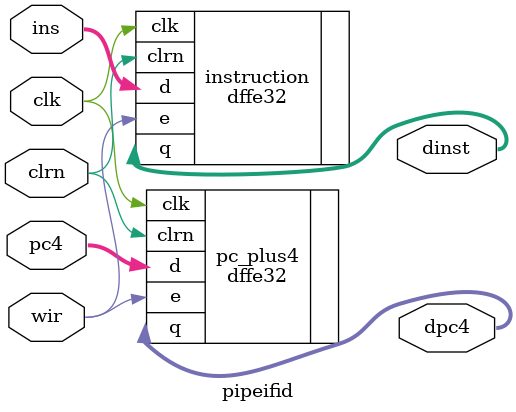
<source format=v>
module pipeifid (
    input           clk,
    input           wir,
    input           clrn,
    input   [31:0]  pc4,
    input   [31:0]  ins,
    output  [31:0]  dpc4,           // pc4 in ID
    output  [31:0]  dinst
);
    dffe32 pc_plus4 (
        .d(pc4),
        .clk(clk),
        .clrn(clrn),
        .e(wir),
        .q(dpc4)
    );
    dffe32 instruction (
        .d(ins),
        .clk(clk),
        .clrn(clrn),
        .e(wir),
        .q(dinst)
    );
endmodule
</source>
